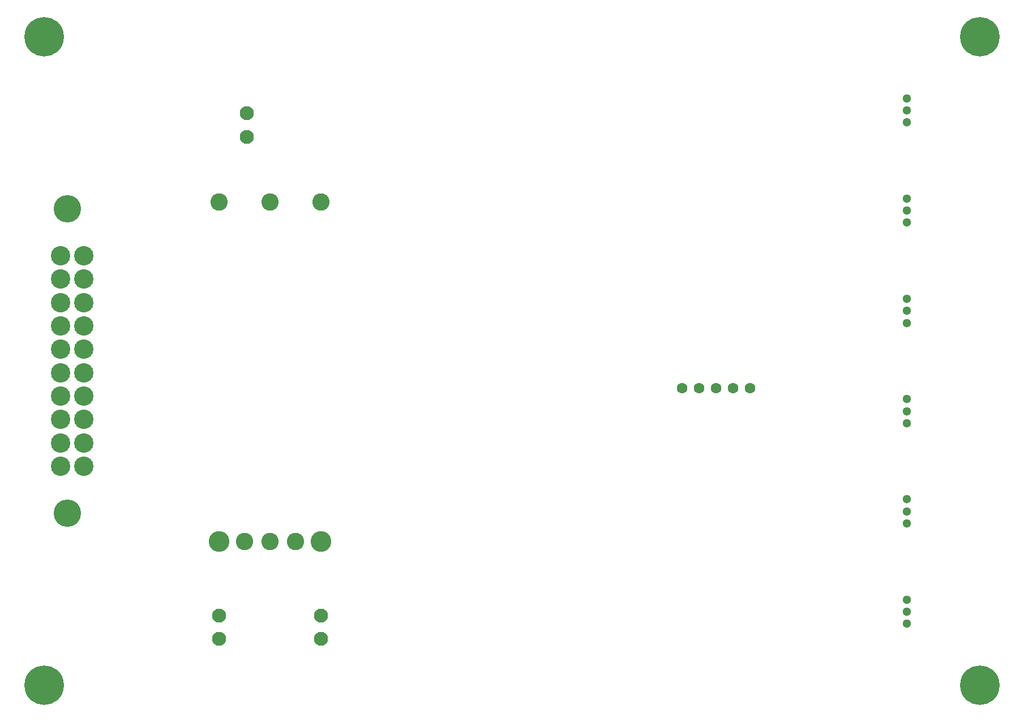
<source format=gbs>
G04*
G04 #@! TF.GenerationSoftware,Altium Limited,Altium Designer,22.2.1 (43)*
G04*
G04 Layer_Color=16711935*
%FSLAX44Y44*%
%MOMM*%
G71*
G04*
G04 #@! TF.SameCoordinates,7A9A4B32-F866-4FC0-92F5-D822EF52183D*
G04*
G04*
G04 #@! TF.FilePolarity,Negative*
G04*
G01*
G75*
%ADD46C,2.9000*%
%ADD47C,4.1000*%
%ADD48C,5.9000*%
%ADD49C,2.6000*%
%ADD50C,3.1000*%
%ADD51C,2.1000*%
%ADD52C,1.6000*%
%ADD53C,1.3000*%
D46*
X669600Y737500D02*
D03*
Y772500D02*
D03*
Y667500D02*
D03*
Y597500D02*
D03*
Y562500D02*
D03*
Y527500D02*
D03*
Y492500D02*
D03*
X634600Y772500D02*
D03*
Y737500D02*
D03*
Y667500D02*
D03*
Y562500D02*
D03*
Y597500D02*
D03*
Y527500D02*
D03*
Y492500D02*
D03*
X669600Y702500D02*
D03*
Y632500D02*
D03*
Y457500D02*
D03*
X634600Y702500D02*
D03*
Y632500D02*
D03*
Y457500D02*
D03*
D47*
X645000Y842500D02*
D03*
Y387500D02*
D03*
D48*
X610000Y1100000D02*
D03*
X2010000D02*
D03*
Y130000D02*
D03*
X610000D02*
D03*
D49*
X1024300Y853000D02*
D03*
X871900D02*
D03*
X910000Y345000D02*
D03*
X948100D02*
D03*
X986200D02*
D03*
X948100Y853000D02*
D03*
D50*
X871900Y345000D02*
D03*
X1024300D02*
D03*
D51*
X913100Y950500D02*
D03*
Y985500D02*
D03*
X1024300Y234265D02*
D03*
Y199265D02*
D03*
X871900Y234265D02*
D03*
Y199265D02*
D03*
D52*
X1665800Y574000D02*
D03*
X1640400D02*
D03*
X1615000D02*
D03*
X1589600D02*
D03*
X1564200D02*
D03*
D53*
X1900000Y390000D02*
D03*
Y372000D02*
D03*
Y408000D02*
D03*
Y990000D02*
D03*
Y972000D02*
D03*
Y1008000D02*
D03*
Y690000D02*
D03*
Y672000D02*
D03*
Y708000D02*
D03*
Y540000D02*
D03*
Y522000D02*
D03*
Y558000D02*
D03*
Y240000D02*
D03*
Y222000D02*
D03*
Y258000D02*
D03*
Y840000D02*
D03*
Y822000D02*
D03*
Y858000D02*
D03*
M02*

</source>
